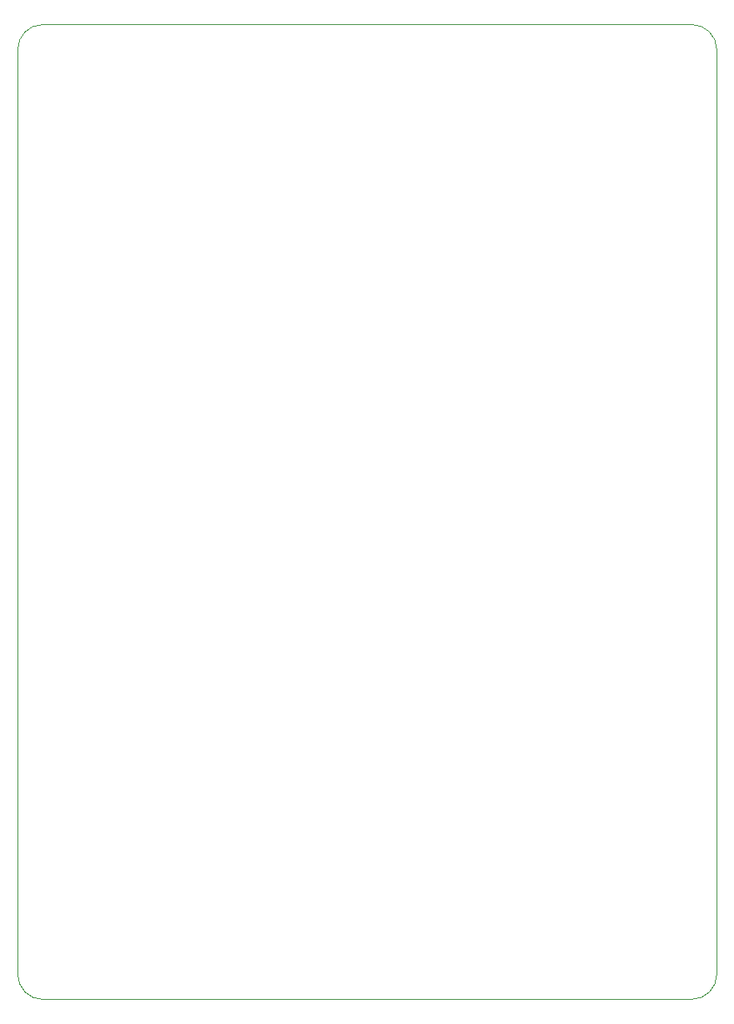
<source format=gbr>
G04 #@! TF.GenerationSoftware,KiCad,Pcbnew,5.1.6-c6e7f7d~87~ubuntu18.04.1*
G04 #@! TF.CreationDate,2020-08-19T10:21:35-04:00*
G04 #@! TF.ProjectId,quad_adsr,71756164-5f61-4647-9372-2e6b69636164,rev?*
G04 #@! TF.SameCoordinates,Original*
G04 #@! TF.FileFunction,Profile,NP*
%FSLAX46Y46*%
G04 Gerber Fmt 4.6, Leading zero omitted, Abs format (unit mm)*
G04 Created by KiCad (PCBNEW 5.1.6-c6e7f7d~87~ubuntu18.04.1) date 2020-08-19 10:21:35*
%MOMM*%
%LPD*%
G01*
G04 APERTURE LIST*
G04 #@! TA.AperFunction,Profile*
%ADD10C,0.050000*%
G04 #@! TD*
G04 APERTURE END LIST*
D10*
X144780000Y-50800000D02*
G75*
G02*
X147320000Y-53340000I0J-2540000D01*
G01*
X76200000Y-53340000D02*
G75*
G02*
X78740000Y-50800000I2540000J0D01*
G01*
X78740000Y-149860000D02*
G75*
G02*
X76200000Y-147320000I0J2540000D01*
G01*
X147320000Y-147320000D02*
G75*
G02*
X144780000Y-149860000I-2540000J0D01*
G01*
X144780000Y-50800000D02*
X78740000Y-50800000D01*
X147320000Y-147320000D02*
X147320000Y-53340000D01*
X78740000Y-149860000D02*
X144780000Y-149860000D01*
X76200000Y-53340000D02*
X76200000Y-147320000D01*
M02*

</source>
